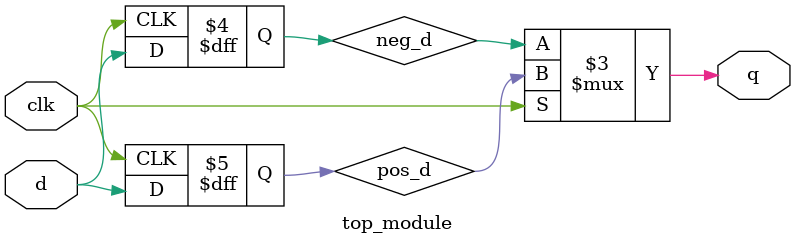
<source format=v>
module top_module (
    input clk,
    input d,
    output q
);

reg neg_d;
reg pos_d;

always @(posedge clk)begin
    pos_d <= d;
end

always @(negedge clk) begin
    neg_d <= d;
end


assign q = clk ? pos_d : neg_d;

endmodule

</source>
